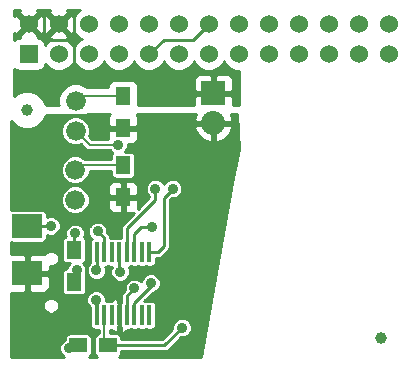
<source format=gtl>
G04 #@! TF.FileFunction,Copper,L1,Top,Signal*
%FSLAX46Y46*%
G04 Gerber Fmt 4.6, Leading zero omitted, Abs format (unit mm)*
G04 Created by KiCad (PCBNEW (after 2015-mar-04 BZR unknown)-product) date 12/6/2015 3:37:30 PM*
%MOMM*%
G01*
G04 APERTURE LIST*
%ADD10C,0.150000*%
%ADD11R,2.500000X2.000000*%
%ADD12C,1.000000*%
%ADD13R,0.406400X1.651000*%
%ADD14R,1.524000X1.524000*%
%ADD15C,1.524000*%
%ADD16C,1.676400*%
%ADD17R,1.300000X1.500000*%
%ADD18R,1.500000X1.250000*%
%ADD19R,2.032000X2.032000*%
%ADD20O,2.032000X2.032000*%
%ADD21C,0.889000*%
%ADD22C,0.254000*%
%ADD23C,0.203200*%
G04 APERTURE END LIST*
D10*
D11*
X1800000Y-23000000D03*
X1800000Y-19000000D03*
D12*
X1778000Y-9144000D03*
X31750000Y-28448000D03*
D13*
X10223500Y-21209000D03*
X9588500Y-21209000D03*
X8953500Y-21209000D03*
X8318500Y-21209000D03*
X12128500Y-26543000D03*
X12128500Y-21209000D03*
X11493500Y-21209000D03*
X10858500Y-21209000D03*
X7683500Y-26543000D03*
X8318500Y-26543000D03*
X8953500Y-26543000D03*
X9588500Y-26543000D03*
X10223500Y-26543000D03*
X10858500Y-26543000D03*
X7683500Y-21209000D03*
X11493500Y-26543000D03*
D14*
X1905000Y-4445000D03*
D15*
X1905000Y-1905000D03*
X4445000Y-4445000D03*
X4445000Y-1905000D03*
X6985000Y-4445000D03*
X6985000Y-1905000D03*
X9525000Y-4445000D03*
X9525000Y-1905000D03*
X12065000Y-4445000D03*
X12065000Y-1905000D03*
X14605000Y-4445000D03*
X14605000Y-1905000D03*
X17145000Y-4445000D03*
X17145000Y-1905000D03*
X19685000Y-4445000D03*
X19685000Y-1905000D03*
X22225000Y-4445000D03*
X22225000Y-1905000D03*
X24765000Y-4445000D03*
X24765000Y-1905000D03*
X27305000Y-4445000D03*
X27305000Y-1905000D03*
X29845000Y-4445000D03*
X29845000Y-1905000D03*
X32385000Y-4445000D03*
X32385000Y-1905000D03*
D16*
X5842000Y-14224000D03*
X5842000Y-16764000D03*
X5880000Y-8380000D03*
X5880000Y-10920000D03*
D17*
X5760000Y-23690000D03*
X5760000Y-20990000D03*
D18*
X8616000Y-29083000D03*
X6116000Y-29083000D03*
D17*
X9906000Y-16526500D03*
X9906000Y-13826500D03*
X9906000Y-10684500D03*
X9906000Y-7984500D03*
D19*
X17550000Y-7730000D03*
D20*
X17550000Y-10270000D03*
D21*
X12382500Y-19050000D03*
X14908000Y-27584000D03*
X5890000Y-25340000D03*
X7620000Y-25240000D03*
X7650000Y-22740000D03*
X3790000Y-18960000D03*
X5840000Y-19600000D03*
X9652000Y-22860000D03*
X5334000Y-29337000D03*
X10858500Y-24257000D03*
X12636500Y-15811500D03*
X9460000Y-12100000D03*
X12255500Y-23812500D03*
X7747000Y-19431000D03*
X14097000Y-15811500D03*
X5980000Y-22720000D03*
D22*
X10858500Y-19621500D02*
X11430000Y-19050000D01*
D23*
X8318500Y-26543000D02*
X8318500Y-29083000D01*
D22*
X10858500Y-19621500D02*
X11430000Y-19050000D01*
X10858500Y-21209000D02*
X10858500Y-19621500D01*
X11430000Y-19050000D02*
X12382500Y-19050000D01*
X13409000Y-29083000D02*
X14908000Y-27584000D01*
X8318500Y-29083000D02*
X13409000Y-29083000D01*
X1929000Y-1905000D02*
X3224000Y-3200000D01*
X1905000Y-1905000D02*
X1929000Y-1905000D01*
X5764000Y-3200000D02*
X5764000Y-5232000D01*
X3224000Y-3200000D02*
X5764000Y-3200000D01*
X5764000Y-3200000D02*
X5764000Y-914000D01*
X3224000Y-3200000D02*
X3224000Y-914000D01*
X7683500Y-26543000D02*
X7683500Y-25303500D01*
X7683500Y-25303500D02*
X7620000Y-25240000D01*
X7683500Y-22706500D02*
X7683500Y-21209000D01*
X7650000Y-22740000D02*
X7683500Y-22706500D01*
X1800000Y-19000000D02*
X3750000Y-19000000D01*
X3750000Y-19000000D02*
X3790000Y-18960000D01*
X5760000Y-20990000D02*
X5760000Y-19680000D01*
X5760000Y-19680000D02*
X5840000Y-19600000D01*
X9588500Y-22796500D02*
X9652000Y-22860000D01*
X9588500Y-21209000D02*
X9588500Y-22796500D01*
D23*
X5588000Y-29083000D02*
X5334000Y-29337000D01*
X6413500Y-29083000D02*
X5588000Y-29083000D01*
D22*
X10223500Y-24892000D02*
X10858500Y-24257000D01*
X10223500Y-26543000D02*
X10223500Y-24892000D01*
X15850000Y-3200000D02*
X17145000Y-1905000D01*
X13384000Y-3200000D02*
X15850000Y-3200000D01*
X12139000Y-4445000D02*
X13384000Y-3200000D01*
X12065000Y-4445000D02*
X12139000Y-4445000D01*
X12636500Y-16764000D02*
X12636500Y-15811500D01*
X10223500Y-19177000D02*
X12636500Y-16764000D01*
X10223500Y-21209000D02*
X10223500Y-19177000D01*
D23*
X9906000Y-13826500D02*
X6239500Y-13826500D01*
X6239500Y-13826500D02*
X5842000Y-14224000D01*
X9906000Y-7984500D02*
X6275500Y-7984500D01*
X6275500Y-7984500D02*
X5880000Y-8380000D01*
X9460000Y-12100000D02*
X7060000Y-12100000D01*
X7060000Y-12100000D02*
X5880000Y-10920000D01*
D22*
X12255500Y-24066500D02*
X12255500Y-23812500D01*
X10858500Y-25463500D02*
X12255500Y-24066500D01*
X10858500Y-26543000D02*
X10858500Y-25463500D01*
X8318500Y-20002500D02*
X7747000Y-19431000D01*
X8318500Y-21209000D02*
X8318500Y-20002500D01*
X13335000Y-16573500D02*
X14097000Y-15811500D01*
X13335000Y-20701000D02*
X13335000Y-16573500D01*
X12827000Y-21209000D02*
X13335000Y-20701000D01*
X12128500Y-21209000D02*
X12827000Y-21209000D01*
X12065000Y-1905000D02*
X12065000Y-2032000D01*
X5980000Y-22720000D02*
X5760000Y-22940000D01*
X5760000Y-22940000D02*
X5760000Y-23690000D01*
G36*
X6400512Y-3174949D02*
X6194697Y-3259990D01*
X5801371Y-3652630D01*
X5715050Y-3860512D01*
X5630010Y-3654697D01*
X5237370Y-3261371D01*
X5045272Y-3181605D01*
X5176143Y-3127397D01*
X5245608Y-2885213D01*
X4445000Y-2084605D01*
X4265395Y-2264210D01*
X4265395Y-1905000D01*
X3464787Y-1104392D01*
X3222603Y-1173857D01*
X3178547Y-1297344D01*
X3127397Y-1173857D01*
X2885213Y-1104392D01*
X2084605Y-1905000D01*
X2885213Y-2705608D01*
X3127397Y-2636143D01*
X3171452Y-2512655D01*
X3222603Y-2636143D01*
X3464787Y-2705608D01*
X4265395Y-1905000D01*
X4265395Y-2264210D01*
X3644392Y-2885213D01*
X3713857Y-3127397D01*
X3854317Y-3177508D01*
X3654697Y-3259990D01*
X3300892Y-3613177D01*
X3267463Y-3440877D01*
X3127673Y-3228073D01*
X2916640Y-3085623D01*
X2667000Y-3035560D01*
X2662484Y-3035560D01*
X2705608Y-2885213D01*
X1905000Y-2084605D01*
X1104392Y-2885213D01*
X1147515Y-3035560D01*
X1143000Y-3035560D01*
X900877Y-3082537D01*
X688073Y-3222327D01*
X685000Y-3226879D01*
X685000Y-2636830D01*
X924787Y-2705608D01*
X1725395Y-1905000D01*
X924787Y-1104392D01*
X685000Y-1173169D01*
X685000Y-685000D01*
X1173169Y-685000D01*
X1104392Y-924787D01*
X1905000Y-1725395D01*
X2705608Y-924787D01*
X2636830Y-685000D01*
X3713169Y-685000D01*
X3644392Y-924787D01*
X4445000Y-1725395D01*
X5245608Y-924787D01*
X5176830Y-685000D01*
X6279379Y-685000D01*
X6194697Y-719990D01*
X5801371Y-1112630D01*
X5721605Y-1304727D01*
X5667397Y-1173857D01*
X5425213Y-1104392D01*
X4624605Y-1905000D01*
X5425213Y-2705608D01*
X5667397Y-2636143D01*
X5717508Y-2495682D01*
X5799990Y-2695303D01*
X6192630Y-3088629D01*
X6400512Y-3174949D01*
X6400512Y-3174949D01*
G37*
X6400512Y-3174949D02*
X6194697Y-3259990D01*
X5801371Y-3652630D01*
X5715050Y-3860512D01*
X5630010Y-3654697D01*
X5237370Y-3261371D01*
X5045272Y-3181605D01*
X5176143Y-3127397D01*
X5245608Y-2885213D01*
X4445000Y-2084605D01*
X4265395Y-2264210D01*
X4265395Y-1905000D01*
X3464787Y-1104392D01*
X3222603Y-1173857D01*
X3178547Y-1297344D01*
X3127397Y-1173857D01*
X2885213Y-1104392D01*
X2084605Y-1905000D01*
X2885213Y-2705608D01*
X3127397Y-2636143D01*
X3171452Y-2512655D01*
X3222603Y-2636143D01*
X3464787Y-2705608D01*
X4265395Y-1905000D01*
X4265395Y-2264210D01*
X3644392Y-2885213D01*
X3713857Y-3127397D01*
X3854317Y-3177508D01*
X3654697Y-3259990D01*
X3300892Y-3613177D01*
X3267463Y-3440877D01*
X3127673Y-3228073D01*
X2916640Y-3085623D01*
X2667000Y-3035560D01*
X2662484Y-3035560D01*
X2705608Y-2885213D01*
X1905000Y-2084605D01*
X1104392Y-2885213D01*
X1147515Y-3035560D01*
X1143000Y-3035560D01*
X900877Y-3082537D01*
X688073Y-3222327D01*
X685000Y-3226879D01*
X685000Y-2636830D01*
X924787Y-2705608D01*
X1725395Y-1905000D01*
X924787Y-1104392D01*
X685000Y-1173169D01*
X685000Y-685000D01*
X1173169Y-685000D01*
X1104392Y-924787D01*
X1905000Y-1725395D01*
X2705608Y-924787D01*
X2636830Y-685000D01*
X3713169Y-685000D01*
X3644392Y-924787D01*
X4445000Y-1725395D01*
X5245608Y-924787D01*
X5176830Y-685000D01*
X6279379Y-685000D01*
X6194697Y-719990D01*
X5801371Y-1112630D01*
X5721605Y-1304727D01*
X5667397Y-1173857D01*
X5425213Y-1104392D01*
X4624605Y-1905000D01*
X5425213Y-2705608D01*
X5667397Y-2636143D01*
X5717508Y-2495682D01*
X5799990Y-2695303D01*
X6192630Y-3088629D01*
X6400512Y-3174949D01*
G36*
X19685000Y-8763000D02*
X19201000Y-8763000D01*
X19201000Y-8619691D01*
X19201000Y-8015750D01*
X19201000Y-7444250D01*
X19201000Y-6840309D01*
X19201000Y-6587690D01*
X19104327Y-6354301D01*
X18925698Y-6175673D01*
X18692309Y-6079000D01*
X17835750Y-6079000D01*
X17677000Y-6237750D01*
X17677000Y-7603000D01*
X19042250Y-7603000D01*
X19201000Y-7444250D01*
X19201000Y-8015750D01*
X19042250Y-7857000D01*
X17677000Y-7857000D01*
X17677000Y-7877000D01*
X17423000Y-7877000D01*
X17423000Y-7857000D01*
X17423000Y-7603000D01*
X17423000Y-6237750D01*
X17264250Y-6079000D01*
X16407691Y-6079000D01*
X16174302Y-6175673D01*
X15995673Y-6354301D01*
X15899000Y-6587690D01*
X15899000Y-6840309D01*
X15899000Y-7444250D01*
X16057750Y-7603000D01*
X17423000Y-7603000D01*
X17423000Y-7857000D01*
X16057750Y-7857000D01*
X15899000Y-8015750D01*
X15899000Y-8619691D01*
X15899000Y-8763000D01*
X11197724Y-8763000D01*
X11203440Y-8734500D01*
X11203440Y-7234500D01*
X11156463Y-6992377D01*
X11016673Y-6779573D01*
X10805640Y-6637123D01*
X10556000Y-6587060D01*
X9256000Y-6587060D01*
X9013877Y-6634037D01*
X8801073Y-6773827D01*
X8658623Y-6984860D01*
X8608560Y-7234500D01*
X8608560Y-7247900D01*
X6831478Y-7247900D01*
X6715591Y-7131810D01*
X6174323Y-6907056D01*
X5588248Y-6906545D01*
X5046589Y-7130353D01*
X4631810Y-7544409D01*
X4407056Y-8085677D01*
X4406545Y-8671752D01*
X4444247Y-8763000D01*
X3380990Y-8763000D01*
X3158108Y-8223582D01*
X2700825Y-7765501D01*
X2103050Y-7517283D01*
X1455789Y-7516718D01*
X857582Y-7763892D01*
X685000Y-7936173D01*
X685000Y-5663731D01*
X893360Y-5804377D01*
X1143000Y-5854440D01*
X2667000Y-5854440D01*
X2909123Y-5807463D01*
X3121927Y-5667673D01*
X3264377Y-5456640D01*
X3300604Y-5275988D01*
X3652630Y-5628629D01*
X4165900Y-5841757D01*
X4721661Y-5842242D01*
X5235303Y-5630010D01*
X5628629Y-5237370D01*
X5714949Y-5029487D01*
X5799990Y-5235303D01*
X6192630Y-5628629D01*
X6705900Y-5841757D01*
X7261661Y-5842242D01*
X7775303Y-5630010D01*
X8168629Y-5237370D01*
X8254949Y-5029487D01*
X8339990Y-5235303D01*
X8732630Y-5628629D01*
X9245900Y-5841757D01*
X9801661Y-5842242D01*
X10315303Y-5630010D01*
X10708629Y-5237370D01*
X10794949Y-5029487D01*
X10879990Y-5235303D01*
X11272630Y-5628629D01*
X11785900Y-5841757D01*
X12341661Y-5842242D01*
X12855303Y-5630010D01*
X13248629Y-5237370D01*
X13334949Y-5029487D01*
X13419990Y-5235303D01*
X13812630Y-5628629D01*
X14325900Y-5841757D01*
X14881661Y-5842242D01*
X15395303Y-5630010D01*
X15788629Y-5237370D01*
X15874949Y-5029487D01*
X15959990Y-5235303D01*
X16352630Y-5628629D01*
X16865900Y-5841757D01*
X17421661Y-5842242D01*
X17935303Y-5630010D01*
X18328629Y-5237370D01*
X18414949Y-5029487D01*
X18499990Y-5235303D01*
X18892630Y-5628629D01*
X19405900Y-5841757D01*
X19685000Y-5842000D01*
X19685000Y-8763000D01*
X19685000Y-8763000D01*
G37*
X19685000Y-8763000D02*
X19201000Y-8763000D01*
X19201000Y-8619691D01*
X19201000Y-8015750D01*
X19201000Y-7444250D01*
X19201000Y-6840309D01*
X19201000Y-6587690D01*
X19104327Y-6354301D01*
X18925698Y-6175673D01*
X18692309Y-6079000D01*
X17835750Y-6079000D01*
X17677000Y-6237750D01*
X17677000Y-7603000D01*
X19042250Y-7603000D01*
X19201000Y-7444250D01*
X19201000Y-8015750D01*
X19042250Y-7857000D01*
X17677000Y-7857000D01*
X17677000Y-7877000D01*
X17423000Y-7877000D01*
X17423000Y-7857000D01*
X17423000Y-7603000D01*
X17423000Y-6237750D01*
X17264250Y-6079000D01*
X16407691Y-6079000D01*
X16174302Y-6175673D01*
X15995673Y-6354301D01*
X15899000Y-6587690D01*
X15899000Y-6840309D01*
X15899000Y-7444250D01*
X16057750Y-7603000D01*
X17423000Y-7603000D01*
X17423000Y-7857000D01*
X16057750Y-7857000D01*
X15899000Y-8015750D01*
X15899000Y-8619691D01*
X15899000Y-8763000D01*
X11197724Y-8763000D01*
X11203440Y-8734500D01*
X11203440Y-7234500D01*
X11156463Y-6992377D01*
X11016673Y-6779573D01*
X10805640Y-6637123D01*
X10556000Y-6587060D01*
X9256000Y-6587060D01*
X9013877Y-6634037D01*
X8801073Y-6773827D01*
X8658623Y-6984860D01*
X8608560Y-7234500D01*
X8608560Y-7247900D01*
X6831478Y-7247900D01*
X6715591Y-7131810D01*
X6174323Y-6907056D01*
X5588248Y-6906545D01*
X5046589Y-7130353D01*
X4631810Y-7544409D01*
X4407056Y-8085677D01*
X4406545Y-8671752D01*
X4444247Y-8763000D01*
X3380990Y-8763000D01*
X3158108Y-8223582D01*
X2700825Y-7765501D01*
X2103050Y-7517283D01*
X1455789Y-7516718D01*
X857582Y-7763892D01*
X685000Y-7936173D01*
X685000Y-5663731D01*
X893360Y-5804377D01*
X1143000Y-5854440D01*
X2667000Y-5854440D01*
X2909123Y-5807463D01*
X3121927Y-5667673D01*
X3264377Y-5456640D01*
X3300604Y-5275988D01*
X3652630Y-5628629D01*
X4165900Y-5841757D01*
X4721661Y-5842242D01*
X5235303Y-5630010D01*
X5628629Y-5237370D01*
X5714949Y-5029487D01*
X5799990Y-5235303D01*
X6192630Y-5628629D01*
X6705900Y-5841757D01*
X7261661Y-5842242D01*
X7775303Y-5630010D01*
X8168629Y-5237370D01*
X8254949Y-5029487D01*
X8339990Y-5235303D01*
X8732630Y-5628629D01*
X9245900Y-5841757D01*
X9801661Y-5842242D01*
X10315303Y-5630010D01*
X10708629Y-5237370D01*
X10794949Y-5029487D01*
X10879990Y-5235303D01*
X11272630Y-5628629D01*
X11785900Y-5841757D01*
X12341661Y-5842242D01*
X12855303Y-5630010D01*
X13248629Y-5237370D01*
X13334949Y-5029487D01*
X13419990Y-5235303D01*
X13812630Y-5628629D01*
X14325900Y-5841757D01*
X14881661Y-5842242D01*
X15395303Y-5630010D01*
X15788629Y-5237370D01*
X15874949Y-5029487D01*
X15959990Y-5235303D01*
X16352630Y-5628629D01*
X16865900Y-5841757D01*
X17421661Y-5842242D01*
X17935303Y-5630010D01*
X18328629Y-5237370D01*
X18414949Y-5029487D01*
X18499990Y-5235303D01*
X18892630Y-5628629D01*
X19405900Y-5841757D01*
X19685000Y-5842000D01*
X19685000Y-8763000D01*
G36*
X19684519Y-12437097D02*
X19155975Y-15323759D01*
X19155975Y-10652944D01*
X19036836Y-10397000D01*
X17677000Y-10397000D01*
X17677000Y-11757367D01*
X17932946Y-11875983D01*
X18518379Y-11607188D01*
X18956385Y-11134818D01*
X19155975Y-10652944D01*
X19155975Y-15323759D01*
X17423000Y-24788464D01*
X17423000Y-11757367D01*
X17423000Y-10397000D01*
X16063164Y-10397000D01*
X15944025Y-10652944D01*
X16143615Y-11134818D01*
X16581621Y-11607188D01*
X17167054Y-11875983D01*
X17423000Y-11757367D01*
X17423000Y-24788464D01*
X16459803Y-30049000D01*
X9540621Y-30049000D01*
X9638956Y-29984404D01*
X9724426Y-29857784D01*
X9754464Y-29708000D01*
X9754464Y-29591000D01*
X13409000Y-29591000D01*
X13603403Y-29552331D01*
X13768210Y-29442210D01*
X14801012Y-28409407D01*
X15071482Y-28409643D01*
X15374998Y-28284233D01*
X15607417Y-28052219D01*
X15733357Y-27748923D01*
X15733643Y-27420518D01*
X15608233Y-27117002D01*
X15376219Y-26884583D01*
X15072923Y-26758643D01*
X14922643Y-26758512D01*
X14922643Y-15648018D01*
X14797233Y-15344502D01*
X14565219Y-15112083D01*
X14261923Y-14986143D01*
X13933518Y-14985857D01*
X13630002Y-15111267D01*
X13397583Y-15343281D01*
X13366829Y-15417342D01*
X13336733Y-15344502D01*
X13104719Y-15112083D01*
X12801423Y-14986143D01*
X12473018Y-14985857D01*
X12169502Y-15111267D01*
X11937083Y-15343281D01*
X11811143Y-15646577D01*
X11810857Y-15974982D01*
X11936267Y-16278498D01*
X12128500Y-16471066D01*
X12128500Y-16553580D01*
X11128582Y-17553497D01*
X11191000Y-17402809D01*
X11191000Y-16812250D01*
X11191000Y-16240750D01*
X11191000Y-15650191D01*
X11191000Y-11560809D01*
X11191000Y-10970250D01*
X11032250Y-10811500D01*
X10033000Y-10811500D01*
X10033000Y-10831500D01*
X9779000Y-10831500D01*
X9779000Y-10811500D01*
X8779750Y-10811500D01*
X8621000Y-10970250D01*
X8621000Y-11560809D01*
X8644440Y-11617400D01*
X7259900Y-11617400D01*
X7013046Y-11370546D01*
X7098988Y-11163578D01*
X7099412Y-10678550D01*
X6914191Y-10230281D01*
X6571523Y-9887015D01*
X6123578Y-9701012D01*
X5638550Y-9700588D01*
X5190281Y-9885809D01*
X4847015Y-10228477D01*
X4661012Y-10676422D01*
X4660588Y-11161450D01*
X4845809Y-11609719D01*
X5188477Y-11952985D01*
X5636422Y-12138988D01*
X6121450Y-12139412D01*
X6330524Y-12053024D01*
X6718750Y-12441250D01*
X6875317Y-12545864D01*
X7060000Y-12582600D01*
X8775341Y-12582600D01*
X8988730Y-12796360D01*
X8983044Y-12800096D01*
X8897574Y-12926716D01*
X8867536Y-13076500D01*
X8867536Y-13343900D01*
X6686141Y-13343900D01*
X6533523Y-13191015D01*
X6085578Y-13005012D01*
X5600550Y-13004588D01*
X5152281Y-13189809D01*
X4809015Y-13532477D01*
X4623012Y-13980422D01*
X4622588Y-14465450D01*
X4807809Y-14913719D01*
X5150477Y-15256985D01*
X5598422Y-15442988D01*
X6083450Y-15443412D01*
X6531719Y-15258191D01*
X6874985Y-14915523D01*
X7060988Y-14467578D01*
X7061126Y-14309100D01*
X8867536Y-14309100D01*
X8867536Y-14576500D01*
X8895722Y-14721774D01*
X8979596Y-14849456D01*
X9106216Y-14934926D01*
X9256000Y-14964964D01*
X10556000Y-14964964D01*
X10701274Y-14936778D01*
X10828956Y-14852904D01*
X10914426Y-14726284D01*
X10944464Y-14576500D01*
X10944464Y-13076500D01*
X10916278Y-12931226D01*
X10832404Y-12803544D01*
X10705784Y-12718074D01*
X10556000Y-12688036D01*
X10039390Y-12688036D01*
X10159417Y-12568219D01*
X10285357Y-12264923D01*
X10285527Y-12069500D01*
X10429691Y-12069500D01*
X10682310Y-12069500D01*
X10915699Y-11972827D01*
X11094327Y-11794198D01*
X11191000Y-11560809D01*
X11191000Y-15650191D01*
X11094327Y-15416802D01*
X10915699Y-15238173D01*
X10682310Y-15141500D01*
X10429691Y-15141500D01*
X10191750Y-15141500D01*
X10033000Y-15300250D01*
X10033000Y-16399500D01*
X11032250Y-16399500D01*
X11191000Y-16240750D01*
X11191000Y-16812250D01*
X11032250Y-16653500D01*
X10033000Y-16653500D01*
X10033000Y-17752750D01*
X10191750Y-17911500D01*
X10429691Y-17911500D01*
X10682310Y-17911500D01*
X10832996Y-17849083D01*
X9864290Y-18817790D01*
X9779000Y-18945434D01*
X9779000Y-17752750D01*
X9779000Y-16653500D01*
X9779000Y-16399500D01*
X9779000Y-15300250D01*
X9620250Y-15141500D01*
X9382309Y-15141500D01*
X9129690Y-15141500D01*
X8896301Y-15238173D01*
X8717673Y-15416802D01*
X8621000Y-15650191D01*
X8621000Y-16240750D01*
X8779750Y-16399500D01*
X9779000Y-16399500D01*
X9779000Y-16653500D01*
X8779750Y-16653500D01*
X8621000Y-16812250D01*
X8621000Y-17402809D01*
X8717673Y-17636198D01*
X8896301Y-17814827D01*
X9129690Y-17911500D01*
X9382309Y-17911500D01*
X9620250Y-17911500D01*
X9779000Y-17752750D01*
X9779000Y-18945434D01*
X9754169Y-18982597D01*
X9715500Y-19177000D01*
X9715500Y-19995036D01*
X9385300Y-19995036D01*
X9269110Y-20017579D01*
X9156700Y-19995036D01*
X8825015Y-19995036D01*
X8787831Y-19808097D01*
X8677710Y-19643290D01*
X8572407Y-19537987D01*
X8572643Y-19267518D01*
X8447233Y-18964002D01*
X8215219Y-18731583D01*
X7911923Y-18605643D01*
X7583518Y-18605357D01*
X7280002Y-18730767D01*
X7061412Y-18948976D01*
X7061412Y-16522550D01*
X6876191Y-16074281D01*
X6533523Y-15731015D01*
X6085578Y-15545012D01*
X5600550Y-15544588D01*
X5152281Y-15729809D01*
X4809015Y-16072477D01*
X4623012Y-16520422D01*
X4622588Y-17005450D01*
X4807809Y-17453719D01*
X5150477Y-17796985D01*
X5598422Y-17982988D01*
X6083450Y-17983412D01*
X6531719Y-17798191D01*
X6874985Y-17455523D01*
X7060988Y-17007578D01*
X7061412Y-16522550D01*
X7061412Y-18948976D01*
X7047583Y-18962781D01*
X6921643Y-19266077D01*
X6921357Y-19594482D01*
X7046767Y-19897998D01*
X7236428Y-20087990D01*
X7207344Y-20107096D01*
X7121874Y-20233716D01*
X7091836Y-20383500D01*
X7091836Y-22034500D01*
X7107484Y-22115153D01*
X6950583Y-22271781D01*
X6824643Y-22575077D01*
X6824357Y-22903482D01*
X6949767Y-23206998D01*
X7181781Y-23439417D01*
X7485077Y-23565357D01*
X7813482Y-23565643D01*
X8116998Y-23440233D01*
X8349417Y-23208219D01*
X8475357Y-22904923D01*
X8475643Y-22576518D01*
X8412195Y-22422964D01*
X8521700Y-22422964D01*
X8637889Y-22400420D01*
X8750300Y-22422964D01*
X8939634Y-22422964D01*
X8826643Y-22695077D01*
X8826357Y-23023482D01*
X8951767Y-23326998D01*
X9183781Y-23559417D01*
X9487077Y-23685357D01*
X9815482Y-23685643D01*
X10118998Y-23560233D01*
X10351417Y-23328219D01*
X10477357Y-23024923D01*
X10477643Y-22696518D01*
X10364613Y-22422964D01*
X10426700Y-22422964D01*
X10542889Y-22400420D01*
X10655300Y-22422964D01*
X11061700Y-22422964D01*
X11177889Y-22400420D01*
X11290300Y-22422964D01*
X11696700Y-22422964D01*
X11812889Y-22400420D01*
X11925300Y-22422964D01*
X12331700Y-22422964D01*
X12476974Y-22394778D01*
X12604656Y-22310904D01*
X12690126Y-22184284D01*
X12720164Y-22034500D01*
X12720164Y-21717000D01*
X12827000Y-21717000D01*
X13021403Y-21678331D01*
X13186210Y-21568210D01*
X13694210Y-21060211D01*
X13694210Y-21060210D01*
X13767790Y-20950090D01*
X13804330Y-20895404D01*
X13804331Y-20895403D01*
X13842999Y-20701000D01*
X13843000Y-20701000D01*
X13843000Y-16783920D01*
X13990012Y-16636907D01*
X14260482Y-16637143D01*
X14563998Y-16511733D01*
X14796417Y-16279719D01*
X14922357Y-15976423D01*
X14922643Y-15648018D01*
X14922643Y-26758512D01*
X14744518Y-26758357D01*
X14441002Y-26883767D01*
X14208583Y-27115781D01*
X14082643Y-27419077D01*
X14082406Y-27691173D01*
X13198580Y-28575000D01*
X13081143Y-28575000D01*
X13081143Y-23649018D01*
X12955733Y-23345502D01*
X12723719Y-23113083D01*
X12420423Y-22987143D01*
X12092018Y-22986857D01*
X11788502Y-23112267D01*
X11556083Y-23344281D01*
X11430143Y-23647577D01*
X11430131Y-23661175D01*
X11326719Y-23557583D01*
X11023423Y-23431643D01*
X10695018Y-23431357D01*
X10391502Y-23556767D01*
X10159083Y-23788781D01*
X10033143Y-24092077D01*
X10032906Y-24364173D01*
X9864290Y-24532790D01*
X9754169Y-24697597D01*
X9715500Y-24892000D01*
X9715500Y-25215850D01*
X9690100Y-25241250D01*
X9690100Y-25525900D01*
X9661874Y-25567716D01*
X9631836Y-25717500D01*
X9631836Y-27368500D01*
X9660022Y-27513774D01*
X9690100Y-27559561D01*
X9690100Y-27844750D01*
X9848850Y-28003500D01*
X9918009Y-28003500D01*
X10151398Y-27906827D01*
X10301261Y-27756964D01*
X10426700Y-27756964D01*
X10542889Y-27734420D01*
X10655300Y-27756964D01*
X11061700Y-27756964D01*
X11177889Y-27734420D01*
X11290300Y-27756964D01*
X11696700Y-27756964D01*
X11812889Y-27734420D01*
X11925300Y-27756964D01*
X12331700Y-27756964D01*
X12476974Y-27728778D01*
X12604656Y-27644904D01*
X12690126Y-27518284D01*
X12720164Y-27368500D01*
X12720164Y-25717500D01*
X12691978Y-25572226D01*
X12608104Y-25444544D01*
X12481484Y-25359074D01*
X12331700Y-25329036D01*
X11925300Y-25329036D01*
X11809110Y-25351579D01*
X11708931Y-25331488D01*
X12402291Y-24638128D01*
X12418982Y-24638143D01*
X12722498Y-24512733D01*
X12954917Y-24280719D01*
X13080857Y-23977423D01*
X13081143Y-23649018D01*
X13081143Y-28575000D01*
X9754464Y-28575000D01*
X9754464Y-28458000D01*
X9726278Y-28312726D01*
X9642404Y-28185044D01*
X9515784Y-28099574D01*
X9366000Y-28069536D01*
X8801100Y-28069536D01*
X8801100Y-27756964D01*
X8875738Y-27756964D01*
X9025602Y-27906827D01*
X9258991Y-28003500D01*
X9328150Y-28003500D01*
X9486900Y-27844750D01*
X9486900Y-27560099D01*
X9515126Y-27518284D01*
X9545164Y-27368500D01*
X9545164Y-25717500D01*
X9516978Y-25572226D01*
X9486900Y-25526438D01*
X9486900Y-25241250D01*
X9328150Y-25082500D01*
X9258991Y-25082500D01*
X9025602Y-25179173D01*
X8875738Y-25329036D01*
X8750300Y-25329036D01*
X8634110Y-25351579D01*
X8521700Y-25329036D01*
X8445423Y-25329036D01*
X8445643Y-25076518D01*
X8320233Y-24773002D01*
X8088219Y-24540583D01*
X7784923Y-24414643D01*
X7456518Y-24414357D01*
X7153002Y-24539767D01*
X6920583Y-24771781D01*
X6805643Y-25048586D01*
X6805643Y-22556518D01*
X6680233Y-22253002D01*
X6532236Y-22104747D01*
X6555274Y-22100278D01*
X6682956Y-22016404D01*
X6768426Y-21889784D01*
X6798464Y-21740000D01*
X6798464Y-20240000D01*
X6770278Y-20094726D01*
X6686404Y-19967044D01*
X6604410Y-19911697D01*
X6665357Y-19764923D01*
X6665643Y-19436518D01*
X6540233Y-19133002D01*
X6308219Y-18900583D01*
X6004923Y-18774643D01*
X5676518Y-18774357D01*
X5373002Y-18899767D01*
X5140583Y-19131781D01*
X5014643Y-19435077D01*
X5014357Y-19763482D01*
X5055138Y-19862180D01*
X4964726Y-19879722D01*
X4837044Y-19963596D01*
X4751574Y-20090216D01*
X4721536Y-20240000D01*
X4721536Y-21740000D01*
X4749722Y-21885274D01*
X4833596Y-22012956D01*
X4960216Y-22098426D01*
X5110000Y-22128464D01*
X5404115Y-22128464D01*
X5280583Y-22251781D01*
X5156113Y-22551536D01*
X5110000Y-22551536D01*
X4964726Y-22579722D01*
X4837044Y-22663596D01*
X4751574Y-22790216D01*
X4721536Y-22940000D01*
X4721536Y-24440000D01*
X4749722Y-24585274D01*
X4833596Y-24712956D01*
X4960216Y-24798426D01*
X5110000Y-24828464D01*
X6410000Y-24828464D01*
X6555274Y-24800278D01*
X6682956Y-24716404D01*
X6768426Y-24589784D01*
X6798464Y-24440000D01*
X6798464Y-22940000D01*
X6793376Y-22913776D01*
X6805357Y-22884923D01*
X6805643Y-22556518D01*
X6805643Y-25048586D01*
X6794643Y-25075077D01*
X6794357Y-25403482D01*
X6919767Y-25706998D01*
X7091836Y-25879367D01*
X7091836Y-27368500D01*
X7120022Y-27513774D01*
X7203896Y-27641456D01*
X7330516Y-27726926D01*
X7480300Y-27756964D01*
X7835900Y-27756964D01*
X7835900Y-28075375D01*
X7720726Y-28097722D01*
X7593044Y-28181596D01*
X7507574Y-28308216D01*
X7477536Y-28458000D01*
X7477536Y-29708000D01*
X7505722Y-29853274D01*
X7589596Y-29980956D01*
X7690400Y-30049000D01*
X7040621Y-30049000D01*
X7138956Y-29984404D01*
X7224426Y-29857784D01*
X7254464Y-29708000D01*
X7254464Y-28458000D01*
X7226278Y-28312726D01*
X7142404Y-28185044D01*
X7015784Y-28099574D01*
X6866000Y-28069536D01*
X5366000Y-28069536D01*
X5220726Y-28097722D01*
X5093044Y-28181596D01*
X5007574Y-28308216D01*
X4977536Y-28458000D01*
X4977536Y-28591095D01*
X4867002Y-28636767D01*
X4634583Y-28868781D01*
X4508643Y-29172077D01*
X4508357Y-29500482D01*
X4633767Y-29803998D01*
X4865781Y-30036417D01*
X4896084Y-30049000D01*
X4461114Y-30049000D01*
X4461114Y-25610086D01*
X4461114Y-21610086D01*
X4361454Y-21368891D01*
X4177079Y-21184194D01*
X3936059Y-21084114D01*
X3675086Y-21083886D01*
X3433891Y-21183546D01*
X3249194Y-21367921D01*
X3239532Y-21391187D01*
X3176310Y-21365000D01*
X2923691Y-21365000D01*
X2085750Y-21365000D01*
X1927000Y-21523750D01*
X1927000Y-22873000D01*
X3526250Y-22873000D01*
X3685000Y-22714250D01*
X3685000Y-22395895D01*
X3934914Y-22396114D01*
X4176109Y-22296454D01*
X4360806Y-22112079D01*
X4460886Y-21871059D01*
X4461114Y-21610086D01*
X4461114Y-25610086D01*
X4361454Y-25368891D01*
X4177079Y-25184194D01*
X3936059Y-25084114D01*
X3685000Y-25083894D01*
X3685000Y-24126309D01*
X3685000Y-23285750D01*
X3526250Y-23127000D01*
X1927000Y-23127000D01*
X1927000Y-24476250D01*
X2085750Y-24635000D01*
X2923691Y-24635000D01*
X3176310Y-24635000D01*
X3409699Y-24538327D01*
X3588327Y-24359698D01*
X3685000Y-24126309D01*
X3685000Y-25083894D01*
X3675086Y-25083886D01*
X3433891Y-25183546D01*
X3249194Y-25367921D01*
X3149114Y-25608941D01*
X3148886Y-25869914D01*
X3248546Y-26111109D01*
X3432921Y-26295806D01*
X3673941Y-26395886D01*
X3934914Y-26396114D01*
X4176109Y-26296454D01*
X4360806Y-26112079D01*
X4460886Y-25871059D01*
X4461114Y-25610086D01*
X4461114Y-30049000D01*
X431000Y-30049000D01*
X431000Y-24635000D01*
X676309Y-24635000D01*
X1514250Y-24635000D01*
X1673000Y-24476250D01*
X1673000Y-23127000D01*
X1653000Y-23127000D01*
X1653000Y-22873000D01*
X1673000Y-22873000D01*
X1673000Y-21523750D01*
X1514250Y-21365000D01*
X676309Y-21365000D01*
X431000Y-21365000D01*
X431000Y-20364599D01*
X550000Y-20388464D01*
X3050000Y-20388464D01*
X3195274Y-20360278D01*
X3322956Y-20276404D01*
X3408426Y-20149784D01*
X3438464Y-20000000D01*
X3438464Y-19707868D01*
X3625077Y-19785357D01*
X3953482Y-19785643D01*
X4256998Y-19660233D01*
X4489417Y-19428219D01*
X4615357Y-19124923D01*
X4615643Y-18796518D01*
X4490233Y-18493002D01*
X4258219Y-18260583D01*
X3954923Y-18134643D01*
X3626518Y-18134357D01*
X3438464Y-18212059D01*
X3438464Y-18000000D01*
X3410278Y-17854726D01*
X3326404Y-17727044D01*
X3199784Y-17641574D01*
X3050000Y-17611536D01*
X550000Y-17611536D01*
X431000Y-17634624D01*
X431000Y-10097583D01*
X855175Y-10522499D01*
X1452950Y-10770717D01*
X2100211Y-10771282D01*
X2698418Y-10524108D01*
X3156499Y-10066825D01*
X3352744Y-9594212D01*
X5534338Y-9556599D01*
X5636422Y-9598988D01*
X6121450Y-9599412D01*
X6255142Y-9544171D01*
X7367095Y-9525000D01*
X8767474Y-9525000D01*
X8717673Y-9574802D01*
X8621000Y-9808191D01*
X8621000Y-10398750D01*
X8779750Y-10557500D01*
X9779000Y-10557500D01*
X9779000Y-10537500D01*
X10033000Y-10537500D01*
X10033000Y-10557500D01*
X11032250Y-10557500D01*
X11191000Y-10398750D01*
X11191000Y-9808191D01*
X11094327Y-9574802D01*
X11044525Y-9525000D01*
X16093986Y-9525000D01*
X15944025Y-9887056D01*
X16063164Y-10143000D01*
X17423000Y-10143000D01*
X17423000Y-10123000D01*
X17677000Y-10123000D01*
X17677000Y-10143000D01*
X19036836Y-10143000D01*
X19155975Y-9887056D01*
X19006013Y-9525000D01*
X19563181Y-9525000D01*
X19684519Y-12437097D01*
X19684519Y-12437097D01*
G37*
X19684519Y-12437097D02*
X19155975Y-15323759D01*
X19155975Y-10652944D01*
X19036836Y-10397000D01*
X17677000Y-10397000D01*
X17677000Y-11757367D01*
X17932946Y-11875983D01*
X18518379Y-11607188D01*
X18956385Y-11134818D01*
X19155975Y-10652944D01*
X19155975Y-15323759D01*
X17423000Y-24788464D01*
X17423000Y-11757367D01*
X17423000Y-10397000D01*
X16063164Y-10397000D01*
X15944025Y-10652944D01*
X16143615Y-11134818D01*
X16581621Y-11607188D01*
X17167054Y-11875983D01*
X17423000Y-11757367D01*
X17423000Y-24788464D01*
X16459803Y-30049000D01*
X9540621Y-30049000D01*
X9638956Y-29984404D01*
X9724426Y-29857784D01*
X9754464Y-29708000D01*
X9754464Y-29591000D01*
X13409000Y-29591000D01*
X13603403Y-29552331D01*
X13768210Y-29442210D01*
X14801012Y-28409407D01*
X15071482Y-28409643D01*
X15374998Y-28284233D01*
X15607417Y-28052219D01*
X15733357Y-27748923D01*
X15733643Y-27420518D01*
X15608233Y-27117002D01*
X15376219Y-26884583D01*
X15072923Y-26758643D01*
X14922643Y-26758512D01*
X14922643Y-15648018D01*
X14797233Y-15344502D01*
X14565219Y-15112083D01*
X14261923Y-14986143D01*
X13933518Y-14985857D01*
X13630002Y-15111267D01*
X13397583Y-15343281D01*
X13366829Y-15417342D01*
X13336733Y-15344502D01*
X13104719Y-15112083D01*
X12801423Y-14986143D01*
X12473018Y-14985857D01*
X12169502Y-15111267D01*
X11937083Y-15343281D01*
X11811143Y-15646577D01*
X11810857Y-15974982D01*
X11936267Y-16278498D01*
X12128500Y-16471066D01*
X12128500Y-16553580D01*
X11128582Y-17553497D01*
X11191000Y-17402809D01*
X11191000Y-16812250D01*
X11191000Y-16240750D01*
X11191000Y-15650191D01*
X11191000Y-11560809D01*
X11191000Y-10970250D01*
X11032250Y-10811500D01*
X10033000Y-10811500D01*
X10033000Y-10831500D01*
X9779000Y-10831500D01*
X9779000Y-10811500D01*
X8779750Y-10811500D01*
X8621000Y-10970250D01*
X8621000Y-11560809D01*
X8644440Y-11617400D01*
X7259900Y-11617400D01*
X7013046Y-11370546D01*
X7098988Y-11163578D01*
X7099412Y-10678550D01*
X6914191Y-10230281D01*
X6571523Y-9887015D01*
X6123578Y-9701012D01*
X5638550Y-9700588D01*
X5190281Y-9885809D01*
X4847015Y-10228477D01*
X4661012Y-10676422D01*
X4660588Y-11161450D01*
X4845809Y-11609719D01*
X5188477Y-11952985D01*
X5636422Y-12138988D01*
X6121450Y-12139412D01*
X6330524Y-12053024D01*
X6718750Y-12441250D01*
X6875317Y-12545864D01*
X7060000Y-12582600D01*
X8775341Y-12582600D01*
X8988730Y-12796360D01*
X8983044Y-12800096D01*
X8897574Y-12926716D01*
X8867536Y-13076500D01*
X8867536Y-13343900D01*
X6686141Y-13343900D01*
X6533523Y-13191015D01*
X6085578Y-13005012D01*
X5600550Y-13004588D01*
X5152281Y-13189809D01*
X4809015Y-13532477D01*
X4623012Y-13980422D01*
X4622588Y-14465450D01*
X4807809Y-14913719D01*
X5150477Y-15256985D01*
X5598422Y-15442988D01*
X6083450Y-15443412D01*
X6531719Y-15258191D01*
X6874985Y-14915523D01*
X7060988Y-14467578D01*
X7061126Y-14309100D01*
X8867536Y-14309100D01*
X8867536Y-14576500D01*
X8895722Y-14721774D01*
X8979596Y-14849456D01*
X9106216Y-14934926D01*
X9256000Y-14964964D01*
X10556000Y-14964964D01*
X10701274Y-14936778D01*
X10828956Y-14852904D01*
X10914426Y-14726284D01*
X10944464Y-14576500D01*
X10944464Y-13076500D01*
X10916278Y-12931226D01*
X10832404Y-12803544D01*
X10705784Y-12718074D01*
X10556000Y-12688036D01*
X10039390Y-12688036D01*
X10159417Y-12568219D01*
X10285357Y-12264923D01*
X10285527Y-12069500D01*
X10429691Y-12069500D01*
X10682310Y-12069500D01*
X10915699Y-11972827D01*
X11094327Y-11794198D01*
X11191000Y-11560809D01*
X11191000Y-15650191D01*
X11094327Y-15416802D01*
X10915699Y-15238173D01*
X10682310Y-15141500D01*
X10429691Y-15141500D01*
X10191750Y-15141500D01*
X10033000Y-15300250D01*
X10033000Y-16399500D01*
X11032250Y-16399500D01*
X11191000Y-16240750D01*
X11191000Y-16812250D01*
X11032250Y-16653500D01*
X10033000Y-16653500D01*
X10033000Y-17752750D01*
X10191750Y-17911500D01*
X10429691Y-17911500D01*
X10682310Y-17911500D01*
X10832996Y-17849083D01*
X9864290Y-18817790D01*
X9779000Y-18945434D01*
X9779000Y-17752750D01*
X9779000Y-16653500D01*
X9779000Y-16399500D01*
X9779000Y-15300250D01*
X9620250Y-15141500D01*
X9382309Y-15141500D01*
X9129690Y-15141500D01*
X8896301Y-15238173D01*
X8717673Y-15416802D01*
X8621000Y-15650191D01*
X8621000Y-16240750D01*
X8779750Y-16399500D01*
X9779000Y-16399500D01*
X9779000Y-16653500D01*
X8779750Y-16653500D01*
X8621000Y-16812250D01*
X8621000Y-17402809D01*
X8717673Y-17636198D01*
X8896301Y-17814827D01*
X9129690Y-17911500D01*
X9382309Y-17911500D01*
X9620250Y-17911500D01*
X9779000Y-17752750D01*
X9779000Y-18945434D01*
X9754169Y-18982597D01*
X9715500Y-19177000D01*
X9715500Y-19995036D01*
X9385300Y-19995036D01*
X9269110Y-20017579D01*
X9156700Y-19995036D01*
X8825015Y-19995036D01*
X8787831Y-19808097D01*
X8677710Y-19643290D01*
X8572407Y-19537987D01*
X8572643Y-19267518D01*
X8447233Y-18964002D01*
X8215219Y-18731583D01*
X7911923Y-18605643D01*
X7583518Y-18605357D01*
X7280002Y-18730767D01*
X7061412Y-18948976D01*
X7061412Y-16522550D01*
X6876191Y-16074281D01*
X6533523Y-15731015D01*
X6085578Y-15545012D01*
X5600550Y-15544588D01*
X5152281Y-15729809D01*
X4809015Y-16072477D01*
X4623012Y-16520422D01*
X4622588Y-17005450D01*
X4807809Y-17453719D01*
X5150477Y-17796985D01*
X5598422Y-17982988D01*
X6083450Y-17983412D01*
X6531719Y-17798191D01*
X6874985Y-17455523D01*
X7060988Y-17007578D01*
X7061412Y-16522550D01*
X7061412Y-18948976D01*
X7047583Y-18962781D01*
X6921643Y-19266077D01*
X6921357Y-19594482D01*
X7046767Y-19897998D01*
X7236428Y-20087990D01*
X7207344Y-20107096D01*
X7121874Y-20233716D01*
X7091836Y-20383500D01*
X7091836Y-22034500D01*
X7107484Y-22115153D01*
X6950583Y-22271781D01*
X6824643Y-22575077D01*
X6824357Y-22903482D01*
X6949767Y-23206998D01*
X7181781Y-23439417D01*
X7485077Y-23565357D01*
X7813482Y-23565643D01*
X8116998Y-23440233D01*
X8349417Y-23208219D01*
X8475357Y-22904923D01*
X8475643Y-22576518D01*
X8412195Y-22422964D01*
X8521700Y-22422964D01*
X8637889Y-22400420D01*
X8750300Y-22422964D01*
X8939634Y-22422964D01*
X8826643Y-22695077D01*
X8826357Y-23023482D01*
X8951767Y-23326998D01*
X9183781Y-23559417D01*
X9487077Y-23685357D01*
X9815482Y-23685643D01*
X10118998Y-23560233D01*
X10351417Y-23328219D01*
X10477357Y-23024923D01*
X10477643Y-22696518D01*
X10364613Y-22422964D01*
X10426700Y-22422964D01*
X10542889Y-22400420D01*
X10655300Y-22422964D01*
X11061700Y-22422964D01*
X11177889Y-22400420D01*
X11290300Y-22422964D01*
X11696700Y-22422964D01*
X11812889Y-22400420D01*
X11925300Y-22422964D01*
X12331700Y-22422964D01*
X12476974Y-22394778D01*
X12604656Y-22310904D01*
X12690126Y-22184284D01*
X12720164Y-22034500D01*
X12720164Y-21717000D01*
X12827000Y-21717000D01*
X13021403Y-21678331D01*
X13186210Y-21568210D01*
X13694210Y-21060211D01*
X13694210Y-21060210D01*
X13767790Y-20950090D01*
X13804330Y-20895404D01*
X13804331Y-20895403D01*
X13842999Y-20701000D01*
X13843000Y-20701000D01*
X13843000Y-16783920D01*
X13990012Y-16636907D01*
X14260482Y-16637143D01*
X14563998Y-16511733D01*
X14796417Y-16279719D01*
X14922357Y-15976423D01*
X14922643Y-15648018D01*
X14922643Y-26758512D01*
X14744518Y-26758357D01*
X14441002Y-26883767D01*
X14208583Y-27115781D01*
X14082643Y-27419077D01*
X14082406Y-27691173D01*
X13198580Y-28575000D01*
X13081143Y-28575000D01*
X13081143Y-23649018D01*
X12955733Y-23345502D01*
X12723719Y-23113083D01*
X12420423Y-22987143D01*
X12092018Y-22986857D01*
X11788502Y-23112267D01*
X11556083Y-23344281D01*
X11430143Y-23647577D01*
X11430131Y-23661175D01*
X11326719Y-23557583D01*
X11023423Y-23431643D01*
X10695018Y-23431357D01*
X10391502Y-23556767D01*
X10159083Y-23788781D01*
X10033143Y-24092077D01*
X10032906Y-24364173D01*
X9864290Y-24532790D01*
X9754169Y-24697597D01*
X9715500Y-24892000D01*
X9715500Y-25215850D01*
X9690100Y-25241250D01*
X9690100Y-25525900D01*
X9661874Y-25567716D01*
X9631836Y-25717500D01*
X9631836Y-27368500D01*
X9660022Y-27513774D01*
X9690100Y-27559561D01*
X9690100Y-27844750D01*
X9848850Y-28003500D01*
X9918009Y-28003500D01*
X10151398Y-27906827D01*
X10301261Y-27756964D01*
X10426700Y-27756964D01*
X10542889Y-27734420D01*
X10655300Y-27756964D01*
X11061700Y-27756964D01*
X11177889Y-27734420D01*
X11290300Y-27756964D01*
X11696700Y-27756964D01*
X11812889Y-27734420D01*
X11925300Y-27756964D01*
X12331700Y-27756964D01*
X12476974Y-27728778D01*
X12604656Y-27644904D01*
X12690126Y-27518284D01*
X12720164Y-27368500D01*
X12720164Y-25717500D01*
X12691978Y-25572226D01*
X12608104Y-25444544D01*
X12481484Y-25359074D01*
X12331700Y-25329036D01*
X11925300Y-25329036D01*
X11809110Y-25351579D01*
X11708931Y-25331488D01*
X12402291Y-24638128D01*
X12418982Y-24638143D01*
X12722498Y-24512733D01*
X12954917Y-24280719D01*
X13080857Y-23977423D01*
X13081143Y-23649018D01*
X13081143Y-28575000D01*
X9754464Y-28575000D01*
X9754464Y-28458000D01*
X9726278Y-28312726D01*
X9642404Y-28185044D01*
X9515784Y-28099574D01*
X9366000Y-28069536D01*
X8801100Y-28069536D01*
X8801100Y-27756964D01*
X8875738Y-27756964D01*
X9025602Y-27906827D01*
X9258991Y-28003500D01*
X9328150Y-28003500D01*
X9486900Y-27844750D01*
X9486900Y-27560099D01*
X9515126Y-27518284D01*
X9545164Y-27368500D01*
X9545164Y-25717500D01*
X9516978Y-25572226D01*
X9486900Y-25526438D01*
X9486900Y-25241250D01*
X9328150Y-25082500D01*
X9258991Y-25082500D01*
X9025602Y-25179173D01*
X8875738Y-25329036D01*
X8750300Y-25329036D01*
X8634110Y-25351579D01*
X8521700Y-25329036D01*
X8445423Y-25329036D01*
X8445643Y-25076518D01*
X8320233Y-24773002D01*
X8088219Y-24540583D01*
X7784923Y-24414643D01*
X7456518Y-24414357D01*
X7153002Y-24539767D01*
X6920583Y-24771781D01*
X6805643Y-25048586D01*
X6805643Y-22556518D01*
X6680233Y-22253002D01*
X6532236Y-22104747D01*
X6555274Y-22100278D01*
X6682956Y-22016404D01*
X6768426Y-21889784D01*
X6798464Y-21740000D01*
X6798464Y-20240000D01*
X6770278Y-20094726D01*
X6686404Y-19967044D01*
X6604410Y-19911697D01*
X6665357Y-19764923D01*
X6665643Y-19436518D01*
X6540233Y-19133002D01*
X6308219Y-18900583D01*
X6004923Y-18774643D01*
X5676518Y-18774357D01*
X5373002Y-18899767D01*
X5140583Y-19131781D01*
X5014643Y-19435077D01*
X5014357Y-19763482D01*
X5055138Y-19862180D01*
X4964726Y-19879722D01*
X4837044Y-19963596D01*
X4751574Y-20090216D01*
X4721536Y-20240000D01*
X4721536Y-21740000D01*
X4749722Y-21885274D01*
X4833596Y-22012956D01*
X4960216Y-22098426D01*
X5110000Y-22128464D01*
X5404115Y-22128464D01*
X5280583Y-22251781D01*
X5156113Y-22551536D01*
X5110000Y-22551536D01*
X4964726Y-22579722D01*
X4837044Y-22663596D01*
X4751574Y-22790216D01*
X4721536Y-22940000D01*
X4721536Y-24440000D01*
X4749722Y-24585274D01*
X4833596Y-24712956D01*
X4960216Y-24798426D01*
X5110000Y-24828464D01*
X6410000Y-24828464D01*
X6555274Y-24800278D01*
X6682956Y-24716404D01*
X6768426Y-24589784D01*
X6798464Y-24440000D01*
X6798464Y-22940000D01*
X6793376Y-22913776D01*
X6805357Y-22884923D01*
X6805643Y-22556518D01*
X6805643Y-25048586D01*
X6794643Y-25075077D01*
X6794357Y-25403482D01*
X6919767Y-25706998D01*
X7091836Y-25879367D01*
X7091836Y-27368500D01*
X7120022Y-27513774D01*
X7203896Y-27641456D01*
X7330516Y-27726926D01*
X7480300Y-27756964D01*
X7835900Y-27756964D01*
X7835900Y-28075375D01*
X7720726Y-28097722D01*
X7593044Y-28181596D01*
X7507574Y-28308216D01*
X7477536Y-28458000D01*
X7477536Y-29708000D01*
X7505722Y-29853274D01*
X7589596Y-29980956D01*
X7690400Y-30049000D01*
X7040621Y-30049000D01*
X7138956Y-29984404D01*
X7224426Y-29857784D01*
X7254464Y-29708000D01*
X7254464Y-28458000D01*
X7226278Y-28312726D01*
X7142404Y-28185044D01*
X7015784Y-28099574D01*
X6866000Y-28069536D01*
X5366000Y-28069536D01*
X5220726Y-28097722D01*
X5093044Y-28181596D01*
X5007574Y-28308216D01*
X4977536Y-28458000D01*
X4977536Y-28591095D01*
X4867002Y-28636767D01*
X4634583Y-28868781D01*
X4508643Y-29172077D01*
X4508357Y-29500482D01*
X4633767Y-29803998D01*
X4865781Y-30036417D01*
X4896084Y-30049000D01*
X4461114Y-30049000D01*
X4461114Y-25610086D01*
X4461114Y-21610086D01*
X4361454Y-21368891D01*
X4177079Y-21184194D01*
X3936059Y-21084114D01*
X3675086Y-21083886D01*
X3433891Y-21183546D01*
X3249194Y-21367921D01*
X3239532Y-21391187D01*
X3176310Y-21365000D01*
X2923691Y-21365000D01*
X2085750Y-21365000D01*
X1927000Y-21523750D01*
X1927000Y-22873000D01*
X3526250Y-22873000D01*
X3685000Y-22714250D01*
X3685000Y-22395895D01*
X3934914Y-22396114D01*
X4176109Y-22296454D01*
X4360806Y-22112079D01*
X4460886Y-21871059D01*
X4461114Y-21610086D01*
X4461114Y-25610086D01*
X4361454Y-25368891D01*
X4177079Y-25184194D01*
X3936059Y-25084114D01*
X3685000Y-25083894D01*
X3685000Y-24126309D01*
X3685000Y-23285750D01*
X3526250Y-23127000D01*
X1927000Y-23127000D01*
X1927000Y-24476250D01*
X2085750Y-24635000D01*
X2923691Y-24635000D01*
X3176310Y-24635000D01*
X3409699Y-24538327D01*
X3588327Y-24359698D01*
X3685000Y-24126309D01*
X3685000Y-25083894D01*
X3675086Y-25083886D01*
X3433891Y-25183546D01*
X3249194Y-25367921D01*
X3149114Y-25608941D01*
X3148886Y-25869914D01*
X3248546Y-26111109D01*
X3432921Y-26295806D01*
X3673941Y-26395886D01*
X3934914Y-26396114D01*
X4176109Y-26296454D01*
X4360806Y-26112079D01*
X4460886Y-25871059D01*
X4461114Y-25610086D01*
X4461114Y-30049000D01*
X431000Y-30049000D01*
X431000Y-24635000D01*
X676309Y-24635000D01*
X1514250Y-24635000D01*
X1673000Y-24476250D01*
X1673000Y-23127000D01*
X1653000Y-23127000D01*
X1653000Y-22873000D01*
X1673000Y-22873000D01*
X1673000Y-21523750D01*
X1514250Y-21365000D01*
X676309Y-21365000D01*
X431000Y-21365000D01*
X431000Y-20364599D01*
X550000Y-20388464D01*
X3050000Y-20388464D01*
X3195274Y-20360278D01*
X3322956Y-20276404D01*
X3408426Y-20149784D01*
X3438464Y-20000000D01*
X3438464Y-19707868D01*
X3625077Y-19785357D01*
X3953482Y-19785643D01*
X4256998Y-19660233D01*
X4489417Y-19428219D01*
X4615357Y-19124923D01*
X4615643Y-18796518D01*
X4490233Y-18493002D01*
X4258219Y-18260583D01*
X3954923Y-18134643D01*
X3626518Y-18134357D01*
X3438464Y-18212059D01*
X3438464Y-18000000D01*
X3410278Y-17854726D01*
X3326404Y-17727044D01*
X3199784Y-17641574D01*
X3050000Y-17611536D01*
X550000Y-17611536D01*
X431000Y-17634624D01*
X431000Y-10097583D01*
X855175Y-10522499D01*
X1452950Y-10770717D01*
X2100211Y-10771282D01*
X2698418Y-10524108D01*
X3156499Y-10066825D01*
X3352744Y-9594212D01*
X5534338Y-9556599D01*
X5636422Y-9598988D01*
X6121450Y-9599412D01*
X6255142Y-9544171D01*
X7367095Y-9525000D01*
X8767474Y-9525000D01*
X8717673Y-9574802D01*
X8621000Y-9808191D01*
X8621000Y-10398750D01*
X8779750Y-10557500D01*
X9779000Y-10557500D01*
X9779000Y-10537500D01*
X10033000Y-10537500D01*
X10033000Y-10557500D01*
X11032250Y-10557500D01*
X11191000Y-10398750D01*
X11191000Y-9808191D01*
X11094327Y-9574802D01*
X11044525Y-9525000D01*
X16093986Y-9525000D01*
X15944025Y-9887056D01*
X16063164Y-10143000D01*
X17423000Y-10143000D01*
X17423000Y-10123000D01*
X17677000Y-10123000D01*
X17677000Y-10143000D01*
X19036836Y-10143000D01*
X19155975Y-9887056D01*
X19006013Y-9525000D01*
X19563181Y-9525000D01*
X19684519Y-12437097D01*
M02*

</source>
